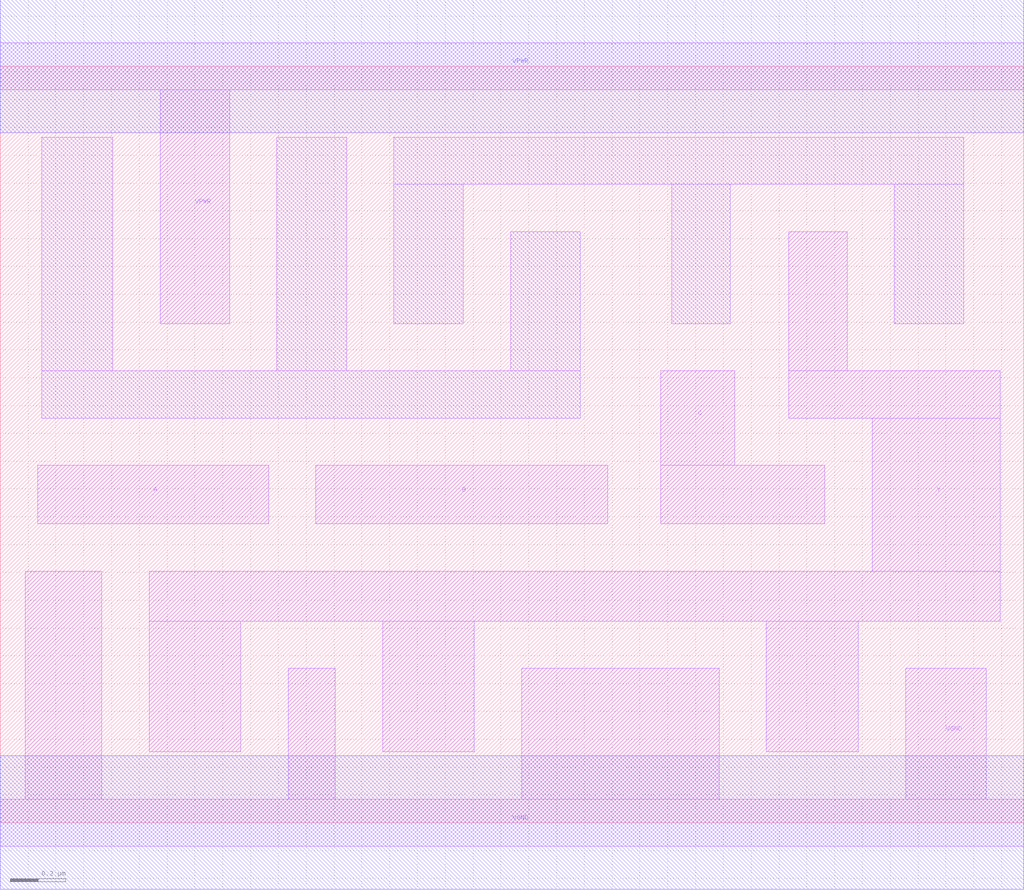
<source format=lef>
# Copyright 2020 The SkyWater PDK Authors
#
# Licensed under the Apache License, Version 2.0 (the "License");
# you may not use this file except in compliance with the License.
# You may obtain a copy of the License at
#
#     https://www.apache.org/licenses/LICENSE-2.0
#
# Unless required by applicable law or agreed to in writing, software
# distributed under the License is distributed on an "AS IS" BASIS,
# WITHOUT WARRANTIES OR CONDITIONS OF ANY KIND, either express or implied.
# See the License for the specific language governing permissions and
# limitations under the License.
#
# SPDX-License-Identifier: Apache-2.0

VERSION 5.5 ;
NAMESCASESENSITIVE ON ;
BUSBITCHARS "[]" ;
DIVIDERCHAR "/" ;
MACRO sky130_fd_sc_hd__nor3_2
  CLASS CORE ;
  SOURCE USER ;
  ORIGIN  0.000000  0.000000 ;
  SIZE  3.680000 BY  2.720000 ;
  SYMMETRY X Y R90 ;
  SITE unithd ;
  PIN A
    ANTENNAGATEAREA  0.495000 ;
    DIRECTION INPUT ;
    USE SIGNAL ;
    PORT
      LAYER li1 ;
        RECT 0.135000 1.075000 0.965000 1.285000 ;
    END
  END A
  PIN B
    ANTENNAGATEAREA  0.495000 ;
    DIRECTION INPUT ;
    USE SIGNAL ;
    PORT
      LAYER li1 ;
        RECT 1.135000 1.075000 2.185000 1.285000 ;
    END
  END B
  PIN C
    ANTENNAGATEAREA  0.495000 ;
    DIRECTION INPUT ;
    USE SIGNAL ;
    PORT
      LAYER li1 ;
        RECT 2.375000 1.075000 2.965000 1.285000 ;
        RECT 2.375000 1.285000 2.640000 1.625000 ;
    END
  END C
  PIN Y
    ANTENNADIFFAREA  0.796500 ;
    DIRECTION OUTPUT ;
    USE SIGNAL ;
    PORT
      LAYER li1 ;
        RECT 0.535000 0.255000 0.865000 0.725000 ;
        RECT 0.535000 0.725000 3.595000 0.905000 ;
        RECT 1.375000 0.255000 1.705000 0.725000 ;
        RECT 2.755000 0.255000 3.085000 0.725000 ;
        RECT 2.835000 1.455000 3.595000 1.625000 ;
        RECT 2.835000 1.625000 3.045000 2.125000 ;
        RECT 3.135000 0.905000 3.595000 1.455000 ;
    END
  END Y
  PIN VGND
    DIRECTION INOUT ;
    SHAPE ABUTMENT ;
    USE GROUND ;
    PORT
      LAYER li1 ;
        RECT 0.000000 -0.085000 3.680000 0.085000 ;
        RECT 0.090000  0.085000 0.365000 0.905000 ;
        RECT 1.035000  0.085000 1.205000 0.555000 ;
        RECT 1.875000  0.085000 2.585000 0.555000 ;
        RECT 3.255000  0.085000 3.545000 0.555000 ;
    END
    PORT
      LAYER met1 ;
        RECT 0.000000 -0.240000 3.680000 0.240000 ;
    END
  END VGND
  PIN VNB
    DIRECTION INOUT ;
    USE GROUND ;
    PORT
    END
  END VNB
  PIN VPB
    DIRECTION INOUT ;
    USE POWER ;
    PORT
    END
  END VPB
  PIN VPWR
    DIRECTION INOUT ;
    SHAPE ABUTMENT ;
    USE POWER ;
    PORT
      LAYER li1 ;
        RECT 0.000000 2.635000 3.680000 2.805000 ;
        RECT 0.575000 1.795000 0.825000 2.635000 ;
    END
    PORT
      LAYER met1 ;
        RECT 0.000000 2.480000 3.680000 2.960000 ;
    END
  END VPWR
  OBS
    LAYER li1 ;
      RECT 0.150000 1.455000 2.085000 1.625000 ;
      RECT 0.150000 1.625000 0.405000 2.465000 ;
      RECT 0.995000 1.625000 1.245000 2.465000 ;
      RECT 1.415000 1.795000 1.665000 2.295000 ;
      RECT 1.415000 2.295000 3.465000 2.465000 ;
      RECT 1.835000 1.625000 2.085000 2.125000 ;
      RECT 2.415000 1.795000 2.625000 2.295000 ;
      RECT 3.215000 1.795000 3.465000 2.295000 ;
  END
END sky130_fd_sc_hd__nor3_2
END LIBRARY

</source>
